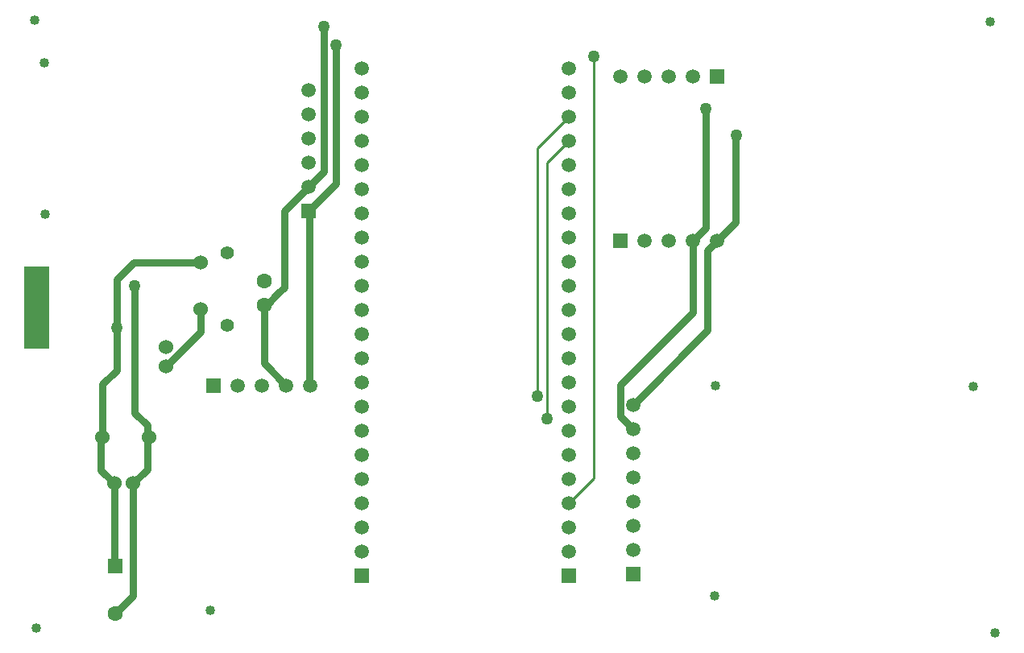
<source format=gbr>
G04*
G04 #@! TF.GenerationSoftware,Altium Limited,Altium Designer,22.4.2 (48)*
G04*
G04 Layer_Physical_Order=2*
G04 Layer_Color=16711680*
%FSLAX25Y25*%
%MOIN*%
G70*
G04*
G04 #@! TF.SameCoordinates,35F994A0-CBEB-4DCB-B987-FA79AE394E82*
G04*
G04*
G04 #@! TF.FilePolarity,Positive*
G04*
G01*
G75*
%ADD12C,0.01000*%
%ADD14C,0.03000*%
%ADD31C,0.04000*%
%ADD32R,0.05906X0.05906*%
%ADD33C,0.05906*%
%ADD34R,0.05906X0.05906*%
%ADD35C,0.06299*%
%ADD36R,0.06299X0.06299*%
%ADD37C,0.06000*%
%ADD38C,0.05512*%
%ADD39C,0.05000*%
G36*
X278296Y259842D02*
X288633D01*
Y225984D01*
X287846D01*
X278296D01*
Y259842D01*
D02*
G37*
D12*
X503543Y161890D02*
X513779Y172126D01*
Y346850D01*
X494551Y196913D02*
Y302898D01*
X494488Y196850D02*
X494551Y196913D01*
Y302898D02*
X503543Y311890D01*
X490551Y206299D02*
Y308898D01*
X503543Y321890D01*
D14*
X530512Y202953D02*
X561024Y233465D01*
Y266614D01*
X572441Y278031D01*
X554882Y240709D02*
Y270472D01*
X524862Y210689D02*
X554882Y240709D01*
X524862Y197894D02*
Y210689D01*
Y197894D02*
X530315Y192441D01*
X560236Y275827D02*
Y325197D01*
X572441Y313779D02*
X572835Y314173D01*
X572441Y278031D02*
Y313779D01*
X554882Y270472D02*
X560236Y275827D01*
X407362Y294291D02*
Y351575D01*
X395768Y282697D02*
X407362Y294291D01*
X402362Y299291D02*
Y359055D01*
X395768Y292697D02*
X402362Y299291D01*
X385827Y282756D02*
X395768Y292697D01*
X309869Y175508D02*
Y189287D01*
X310630Y190048D01*
X323255Y123539D02*
Y169996D01*
X315774Y116059D02*
X323255Y123539D01*
X315381Y136137D02*
Y169602D01*
X316535Y254370D02*
X323583Y261417D01*
X351181D01*
X337008Y218504D02*
X351181Y232677D01*
Y242126D01*
X316535Y234646D02*
Y254370D01*
Y216929D02*
Y234646D01*
X324016Y199156D02*
Y251969D01*
X329160Y175901D02*
Y189287D01*
Y194011D01*
X324016Y199156D02*
X329160Y194011D01*
X310630Y190048D02*
Y211024D01*
X316535Y216929D01*
X323255Y169996D02*
X329160Y175901D01*
X323255Y169996D02*
X323255Y169996D01*
X309869Y175508D02*
X315381Y169996D01*
Y136137D02*
X315774Y135744D01*
X396191Y211053D02*
Y282274D01*
X395768Y282697D02*
X396191Y282274D01*
Y211053D02*
X396614Y210630D01*
X377559Y219685D02*
Y243819D01*
Y219685D02*
X386614Y210630D01*
X378452Y243819D02*
X383326Y248693D01*
X383338D01*
X385827Y251181D01*
X377559Y243819D02*
X378452D01*
X385827Y251181D02*
Y282756D01*
D31*
X282677Y361811D02*
D03*
X679921Y108268D02*
D03*
X670866Y210236D02*
D03*
X563779Y123622D02*
D03*
X564173Y210630D02*
D03*
X677953Y361024D02*
D03*
X283071Y110236D02*
D03*
X287008Y281496D02*
D03*
X286614Y344094D02*
D03*
X355118Y117618D02*
D03*
D32*
X503543Y131890D02*
D03*
X530315Y132441D02*
D03*
X417717Y131890D02*
D03*
X395768Y282697D02*
D03*
D33*
X503543Y141890D02*
D03*
Y151890D02*
D03*
Y161890D02*
D03*
Y171890D02*
D03*
Y181890D02*
D03*
Y191890D02*
D03*
Y201890D02*
D03*
Y211890D02*
D03*
Y221890D02*
D03*
Y231890D02*
D03*
Y241890D02*
D03*
Y251890D02*
D03*
Y261890D02*
D03*
Y271890D02*
D03*
Y281890D02*
D03*
Y291890D02*
D03*
Y301890D02*
D03*
Y311890D02*
D03*
Y321890D02*
D03*
Y331890D02*
D03*
Y341890D02*
D03*
X554882Y338583D02*
D03*
X544882D02*
D03*
X534882D02*
D03*
X524882D02*
D03*
X534882Y270472D02*
D03*
X544882D02*
D03*
X554882D02*
D03*
X564882D02*
D03*
X530315Y202441D02*
D03*
Y192441D02*
D03*
Y182441D02*
D03*
Y172441D02*
D03*
Y162441D02*
D03*
Y152441D02*
D03*
Y142441D02*
D03*
X396614Y210630D02*
D03*
X386614D02*
D03*
X376614D02*
D03*
X366614D02*
D03*
X417717Y341890D02*
D03*
Y331890D02*
D03*
Y321890D02*
D03*
Y311890D02*
D03*
Y301890D02*
D03*
Y291890D02*
D03*
Y281890D02*
D03*
Y271890D02*
D03*
Y261890D02*
D03*
Y251890D02*
D03*
Y241890D02*
D03*
Y231890D02*
D03*
Y221890D02*
D03*
Y211890D02*
D03*
Y201890D02*
D03*
Y191890D02*
D03*
Y181890D02*
D03*
Y171890D02*
D03*
Y161890D02*
D03*
Y151890D02*
D03*
Y141890D02*
D03*
X395768Y292697D02*
D03*
Y302697D02*
D03*
Y312697D02*
D03*
Y322697D02*
D03*
Y332697D02*
D03*
D34*
X564882Y338583D02*
D03*
X524882Y270472D02*
D03*
X356614Y210630D02*
D03*
D35*
X315774Y116059D02*
D03*
X377559Y253819D02*
D03*
Y243819D02*
D03*
D36*
X315774Y135744D02*
D03*
D37*
X337008Y226378D02*
D03*
Y218504D02*
D03*
X315381Y169996D02*
D03*
X323255D02*
D03*
X310656Y189287D02*
D03*
X329947D02*
D03*
X351181Y242126D02*
D03*
Y261417D02*
D03*
D38*
X362205Y235394D02*
D03*
Y265394D02*
D03*
D39*
X513779Y346850D02*
D03*
X572835Y314173D02*
D03*
X560236Y325197D02*
D03*
X407362Y351575D02*
D03*
X402362Y359055D02*
D03*
X324016Y251969D02*
D03*
X494488Y196850D02*
D03*
X490551Y206299D02*
D03*
X316535Y234646D02*
D03*
M02*

</source>
